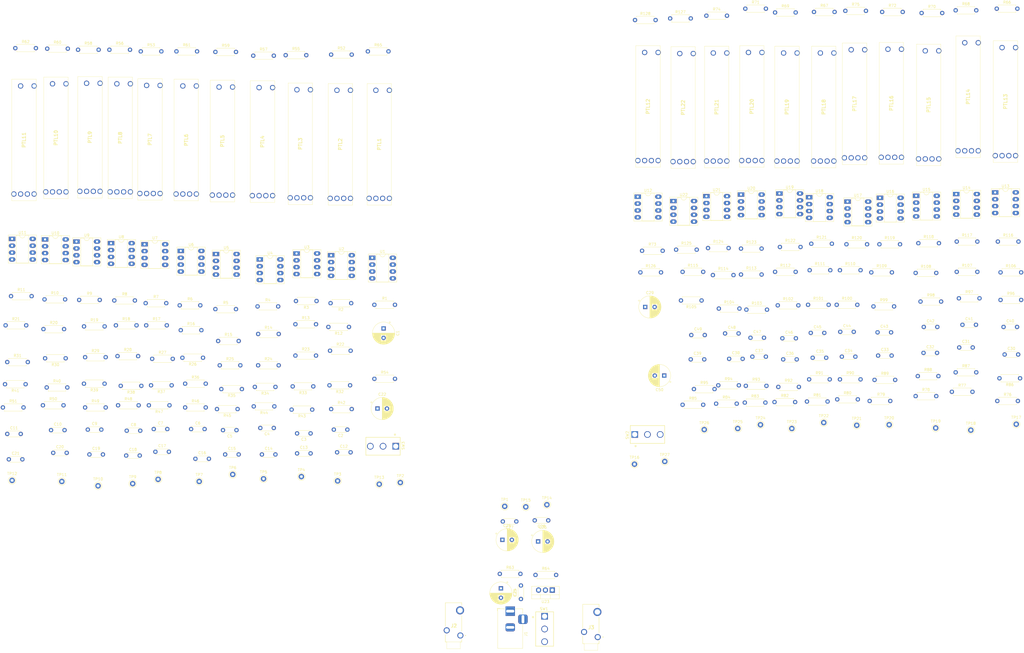
<source format=kicad_pcb>
(kicad_pcb (version 20211014) (generator pcbnew)
  (layers (0 "F.Cu" signal) (31 "B.Cu" signal) (34 "B.Paste" user) (35 "F.Paste" user) (36 "B.SilkS" user "B.Silkscreen") (37 "F.SilkS" user "F.Silkscreen") (38 "B.Mask" user) (39 "F.Mask" user) (44 "Edge.Cuts" user))
  (net 0 "")
  (net 1 "Vin_L")
  (net 2 "Net-(C1-Pad2)")
  (net 3 "Net-(C12-Pad1)")
  (net 4 "Net-(C2-Pad2)")
  (net 5 "Net-(C13-Pad1)")
  (net 6 "Net-(C3-Pad2)")
  (net 7 "Net-(C14-Pad1)")
  (net 8 "Net-(C4-Pad2)")
  (net 9 "Net-(C15-Pad1)")
  (net 10 "Net-(C5-Pad2)")
  (net 11 "Net-(C16-Pad1)")
  (net 12 "Net-(C6-Pad2)")
  (net 13 "Net-(C17-Pad1)")
  (net 14 "Net-(C7-Pad2)")
  (net 15 "Net-(C18-Pad1)")
  (net 16 "Net-(C8-Pad2)")
  (net 17 "Net-(C19-Pad1)")
  (net 18 "Net-(C9-Pad2)")
  (net 19 "Net-(C10-Pad1)")
  (net 20 "Net-(C10-Pad2)")
  (net 21 "Net-(C11-Pad1)")
  (net 22 "Net-(C11-Pad2)")
  (net 23 "Net-(C12-Pad2)")
  (net 24 "Net-(C13-Pad2)")
  (net 25 "Net-(C14-Pad2)")
  (net 26 "Net-(C15-Pad2)")
  (net 27 "Net-(C16-Pad2)")
  (net 28 "Net-(C17-Pad2)")
  (net 29 "Net-(C18-Pad2)")
  (net 30 "Net-(C19-Pad2)")
  (net 31 "Net-(C20-Pad2)")
  (net 32 "Net-(C21-Pad2)")
  (net 33 "Net-(C22-Pad1)")
  (net 34 "Vout_L")
  (net 35 "+5V")
  (net 36 "GNDREF")
  (net 37 "VGND")
  (net 38 "Net-(C29-Pad1)")
  (net 39 "Vout_R")
  (net 40 "Net-(C30-Pad1)")
  (net 41 "Net-(C30-Pad2)")
  (net 42 "Net-(C31-Pad1)")
  (net 43 "Net-(C31-Pad2)")
  (net 44 "Net-(C32-Pad1)")
  (net 45 "Net-(C32-Pad2)")
  (net 46 "Net-(C33-Pad1)")
  (net 47 "Net-(C33-Pad2)")
  (net 48 "Net-(C34-Pad1)")
  (net 49 "Net-(C34-Pad2)")
  (net 50 "Net-(C35-Pad1)")
  (net 51 "Net-(C35-Pad2)")
  (net 52 "Net-(C36-Pad1)")
  (net 53 "Net-(C36-Pad2)")
  (net 54 "Net-(C37-Pad1)")
  (net 55 "Net-(C37-Pad2)")
  (net 56 "Net-(C38-Pad1)")
  (net 57 "Net-(C38-Pad2)")
  (net 58 "Net-(C39-Pad1)")
  (net 59 "Net-(C39-Pad2)")
  (net 60 "Net-(C40-Pad2)")
  (net 61 "Net-(C41-Pad2)")
  (net 62 "Net-(C42-Pad2)")
  (net 63 "Net-(C43-Pad2)")
  (net 64 "Net-(C44-Pad2)")
  (net 65 "Net-(C45-Pad2)")
  (net 66 "Net-(C46-Pad2)")
  (net 67 "Net-(C47-Pad2)")
  (net 68 "Net-(C48-Pad2)")
  (net 69 "Net-(C49-Pad2)")
  (net 70 "Vin_R")
  (net 71 "Net-(C50-Pad2)")
  (net 72 "Net-(J1-Pad1)")
  (net 73 "Net-(J3-PadR)")
  (net 74 "Net-(J3-PadT)")
  (net 75 "Net-(PTL1-Pad1)")
  (net 76 "Net-(PTL1-Pad2)")
  (net 77 "Net-(PTL1-Pad4)")
  (net 78 "Net-(PTL2-Pad1)")
  (net 79 "Net-(PTL2-Pad2)")
  (net 80 "Net-(PTL2-Pad4)")
  (net 81 "Net-(PTL3-Pad1)")
  (net 82 "Net-(PTL3-Pad2)")
  (net 83 "Net-(PTL3-Pad4)")
  (net 84 "Net-(PTL4-Pad1)")
  (net 85 "Net-(PTL4-Pad2)")
  (net 86 "Net-(PTL4-Pad4)")
  (net 87 "Net-(PTL5-Pad1)")
  (net 88 "Net-(PTL5-Pad2)")
  (net 89 "Net-(PTL5-Pad4)")
  (net 90 "Net-(PTL6-Pad1)")
  (net 91 "Net-(PTL6-Pad2)")
  (net 92 "Net-(PTL6-Pad4)")
  (net 93 "Net-(PTL7-Pad1)")
  (net 94 "Net-(PTL7-Pad2)")
  (net 95 "Net-(PTL7-Pad4)")
  (net 96 "Net-(PTL8-Pad1)")
  (net 97 "Net-(PTL8-Pad2)")
  (net 98 "Net-(PTL8-Pad4)")
  (net 99 "Net-(PTL9-Pad1)")
  (net 100 "Net-(PTL9-Pad2)")
  (net 101 "Net-(PTL9-Pad4)")
  (net 102 "Net-(PTL10-Pad1)")
  (net 103 "Net-(PTL10-Pad2)")
  (net 104 "Net-(PTL10-Pad4)")
  (net 105 "Net-(PTL11-Pad1)")
  (net 106 "Net-(PTL11-Pad2)")
  (net 107 "Net-(PTL11-Pad4)")
  (net 108 "Net-(PTL12-Pad1)")
  (net 109 "Net-(PTL12-Pad2)")
  (net 110 "Net-(PTL12-Pad4)")
  (net 111 "Net-(PTL13-Pad1)")
  (net 112 "Net-(PTL13-Pad2)")
  (net 113 "Net-(PTL13-Pad4)")
  (net 114 "Net-(PTL14-Pad1)")
  (net 115 "Net-(PTL14-Pad2)")
  (net 116 "Net-(PTL14-Pad4)")
  (net 117 "Net-(PTL15-Pad1)")
  (net 118 "Net-(PTL15-Pad2)")
  (net 119 "Net-(PTL15-Pad4)")
  (net 120 "Net-(PTL16-Pad1)")
  (net 121 "Net-(PTL16-Pad2)")
  (net 122 "Net-(PTL16-Pad4)")
  (net 123 "Net-(PTL17-Pad1)")
  (net 124 "Net-(PTL17-Pad2)")
  (net 125 "Net-(PTL17-Pad4)")
  (net 126 "Net-(PTL18-Pad1)")
  (net 127 "Net-(PTL18-Pad2)")
  (net 128 "Net-(PTL18-Pad4)")
  (net 129 "Net-(PTL19-Pad1)")
  (net 130 "Net-(PTL19-Pad2)")
  (net 131 "Net-(PTL19-Pad4)")
  (net 132 "Net-(PTL20-Pad1)")
  (net 133 "Net-(PTL20-Pad2)")
  (net 134 "Net-(PTL20-Pad4)")
  (net 135 "Net-(PTL21-Pad1)")
  (net 136 "Net-(PTL21-Pad2)")
  (net 137 "Net-(PTL21-Pad4)")
  (net 138 "Net-(PTL22-Pad1)")
  (net 139 "Net-(PTL22-Pad2)")
  (net 140 "Net-(PTL22-Pad4)")
  (net 141 "Net-(R42-Pad1)")
  (net 142 "Net-(R73-Pad2)")
  (net 143 "Net-(SW1-Pad1)")
  (footprint "Resistor_THT:R_Axial_DIN0207_L6.3mm_D2.5mm_P7.62mm_Horizontal" (layer "F.Cu") (at 293 178.2)
    (fp_text reference "R83")
    (fp_text value "10K")
  )
  (footprint "Bourns_PTL:PTL30" (layer "F.Cu") (at 322.2 68.8 90)
    (fp_text reference "PTL18")
    (fp_text value "10K" hide)
  )
  (footprint "Resistor_THT:R_Axial_DIN0207_L6.3mm_D2.5mm_P7.62mm_Horizontal" (layer "F.Cu") (at 281.2 131)
    (fp_text reference "R114")
    (fp_text value "1.6K")
  )
  (footprint "Package_DIP:DIP-8_W7.62mm_Socket_LongPads" (layer "F.Cu") (at 34.2 117.8)
    (fp_text reference "U10")
    (fp_text value "LM833")
  )
  (footprint "TestPoint:TestPoint_Keystone_5000-5004_Miniature" (layer "F.Cu") (at 53.8 209)
    (fp_text reference "TP10")
    (fp_text value "125Hz")
  )
  (footprint "Resistor_THT:R_Axial_DIN0207_L6.3mm_D2.5mm_P7.62mm_Horizontal" (layer "F.Cu") (at 330.6 119.6)
    (fp_text reference "R120")
    (fp_text value "1.5K")
  )
  (footprint "TestPoint:TestPoint_Keystone_5000-5004_Miniature" (layer "F.Cu") (at 310.4 187.8)
    (fp_text reference "TP23")
    (fp_text value "250Hz")
  )
  (footprint "TestPoint:TestPoint_Keystone_5000-5004_Miniature" (layer "F.Cu") (at 334.4 186.6)
    (fp_text reference "TP21")
    (fp_text value "1kHz")
  )
  (footprint "Resistor_THT:R_Axial_DIN0207_L6.3mm_D2.5mm_P7.62mm_Horizontal" (layer "F.Cu") (at 386.39 177.6)
    (fp_text reference "R76")
    (fp_text value "10K")
  )
  (footprint "Resistor_THT:R_Axial_DIN0207_L6.3mm_D2.5mm_P7.62mm_Horizontal" (layer "F.Cu") (at 146.6 150.2 180)
    (fp_text reference "R12")
    (fp_text value "180R")
  )
  (footprint "Resistor_THT:R_Axial_DIN0207_L6.3mm_D2.5mm_P7.62mm_Horizontal" (layer "F.Cu") (at 140 180.6)
    (fp_text reference "R42")
    (fp_text value "10K")
  )
  (footprint "Capacitor_THT:C_Disc_D4.3mm_W1.9mm_P5.00mm" (layer "F.Cu") (at 388.7 150.2)
    (fp_text reference "C40")
    (fp_text value "0.022uF")
  )
  (footprint "Package_DIP:DIP-8_W7.62mm_Socket_LongPads" (layer "F.Cu") (at 84.4 122.06)
    (fp_text reference "U6")
    (fp_text value "LM833")
  )
  (footprint "Resistor_THT:R_Axial_DIN0207_L6.3mm_D2.5mm_P7.62mm_Horizontal" (layer "F.Cu") (at 340.59 142.6)
    (fp_text reference "R99")
    (fp_text value "1.5K")
  )
  (footprint "TestPoint:TestPoint_Keystone_5000-5004_Miniature" (layer "F.Cu") (at 278 188.2)
    (fp_text reference "TP26")
    (fp_text value "31.5Hz")
  )
  (footprint "Resistor_THT:R_Axial_DIN0207_L6.3mm_D2.5mm_P7.62mm_Horizontal" (layer "F.Cu") (at 293.39 172)
    (fp_text reference "R93")
    (fp_text value "10K")
  )
  (footprint "Resistor_THT:R_Axial_DIN0207_L6.3mm_D2.5mm_P7.62mm_Horizontal" (layer "F.Cu") (at 119 179.6 180)
    (fp_text reference "R44")
    (fp_text value "10K")
  )
  (footprint "Capacitor_THT:C_Disc_D4.3mm_W1.9mm_P5.00mm" (layer "F.Cu") (at 118.8 187.6 180)
    (fp_text reference "C4")
    (fp_text value "0.068uF")
  )
  (footprint "Audio_Jack_STX35013N:STX35013N" (layer "F.Cu") (at 238.6 265 180)
    (fp_text reference "J3")
    (fp_text value "Output" hide)
  )
  (footprint "Capacitor_THT:C_Disc_D4.3mm_W1.9mm_P5.00mm" (layer "F.Cu") (at 359.2 150.2)
    (fp_text reference "C42")
    (fp_text value "0.068uF")
  )
  (footprint "Resistor_THT:R_Axial_DIN0207_L6.3mm_D2.5mm_P7.62mm_Horizontal" (layer "F.Cu") (at 318.59 33.6)
    (fp_text reference "R67")
    (fp_text value "1K")
  )
  (footprint "Connector_BarrelJack:BarrelJack_Horizontal" (layer "F.Cu") (at 206.2425 255.4 90)
    (fp_text reference "J1")
    (fp_text value "SUPPLY")
  )
  (footprint "Resistor_THT:R_Axial_DIN0207_L6.3mm_D2.5mm_P7.62mm_Horizontal" (layer "F.Cu") (at 293.19 32.4)
    (fp_text reference "R71")
    (fp_text value "1K")
  )
  (footprint "Resistor_THT:R_Axial_DIN0207_L6.3mm_D2.5mm_P7.62mm_Horizontal" (layer "F.Cu") (at 98.2 155.4)
    (fp_text reference "R15")
    (fp_text value "160R")
  )
  (footprint "Capacitor_THT:C_Disc_D4.3mm_W1.9mm_P5.00mm" (layer "F.Cu") (at 50.6 197.4)
    (fp_text reference "C19")
    (fp_text value "0.22uF")
  )
  (footprint "Package_DIP:DIP-8_W7.62mm_Socket_LongPads" (layer "F.Cu") (at 140 123.66)
    (fp_text reference "U2")
    (fp_text value "LM833")
  )
  (footprint "TestPoint:TestPoint_Keystone_5000-5004_Miniature" (layer "F.Cu") (at 142.4 207.2)
    (fp_text reference "TP3")
    (fp_text value "16kHz")
  )
  (footprint "Package_DIP:DIP-8_W7.62mm_Socket_LongPads" (layer "F.Cu") (at 343 102.4)
    (fp_text reference "U16")
    (fp_text value "LM833")
  )
  (footprint "Capacitor_THT:C_Disc_D4.3mm_W1.9mm_P5.00mm" (layer "F.Cu") (at 295.1 154.2)
    (fp_text reference "C47")
    (fp_text value "0.22uF")
  )
  (footprint "Resistor_THT:R_Axial_DIN0207_L6.3mm_D2.5mm_P7.62mm_Horizontal" (layer "F.Cu") (at 340.99 169.8)
    (fp_text reference "R89")
    (fp_text value "10K")
  )
  (footprint "Resistor_THT:R_Axial_DIN0207_L6.3mm_D2.5mm_P7.62mm_Horizontal" (layer "F.Cu") (at 21.6 138.8)
    (fp_text reference "R11")
    (fp_text value "16K")
  )
  (footprint "Resistor_THT:R_Axial_DIN0207_L6.3mm_D2.5mm_P7.62mm_Horizontal" (layer "F.Cu") (at 369.59 174.2)
    (fp_text reference "R77")
    (fp_text value "10K")
  )
  (footprint "Capacitor_THT:CP_Radial_D8.0mm_P3.50mm" (layer "F.Cu") (at 263.2 168.2 180)
    (fp_text reference "C50")
    (fp_text value "470uF")
  )
  (footprint "Resistor_THT:R_Axial_DIN0207_L6.3mm_D2.5mm_P7.62mm_Horizontal" (layer "F.Cu") (at 215.59 242)
    (fp_text reference "R64")
    (fp_text value "10K")
  )
  (footprint "Resistor_THT:R_Axial_DIN0207_L6.3mm_D2.5mm_P7.62mm_Horizontal" (layer "F.Cu") (at 139.99 49.4)
    (fp_text reference "R52")
    (fp_text value "1K")
  )
  (footprint "Capacitor_THT:C_Disc_D4.3mm_W1.9mm_P5.00mm" (layer "F.Cu") (at 342.1 152.2)
    (fp_text reference "C43")
    (fp_text value "0.18uF")
  )
  (footprint "Package_TO_SOT_THT:TO-220-3_Vertical" (layer "F.Cu") (at 221.8 247.6 180)
    (fp_text reference "U23")
    (fp_text value "L7805")
  )
  (footprint "Capacitor_THT:C_Disc_D4.3mm_W1.9mm_P5.00mm" (layer "F.Cu") (at 64.2 197.8)
    (fp_text reference "C18")
    (fp_text value "0.1uF")
  )
  (footprint "Resistor_THT:R_Axial_DIN0207_L6.3mm_D2.5mm_P7.62mm_Horizontal" (layer "F.Cu") (at 97.19 48.4)
    (fp_text reference "R59")
    (fp_text value "1K")
  )
  (footprint "Resistor_THT:R_Axial_DIN0207_L6.3mm_D2.5mm_P7.62mm_Horizontal" (layer "F.Cu") (at 19.6 149.6)
    (fp_text reference "R21")
    (fp_text value "6.2K")
  )
  (footprint "Capacitor_THT:C_Disc_D4.3mm_W1.9mm_P5.00mm" (layer "F.Cu") (at 127.4 197)
    (fp_text reference "C13")
    (fp_text value "0.033uF")
  )
  (footprint "Resistor_THT:R_Axial_DIN0207_L6.3mm_D2.5mm_P7.62mm_Horizontal" (layer "F.Cu") (at 41.82 161.8 180)
    (fp_text reference "R30")
    (fp_text value "15K")
  )
  (footprint "Resistor_THT:R_Axial_DIN0207_L6.3mm_D2.5mm_P7.62mm_Horizontal" (layer "F.Cu") (at 330.19 33.2)
    (fp_text reference "R75")
    (fp_text value "1K")
  )
  (footprint "Package_DIP:DIP-8_W7.62mm_Socket_LongPads" (layer "F.Cu") (at 155.2 124.6)
    (fp_text reference "U1")
    (fp_text value "LM833")
  )
  (footprint "TestPoint:TestPoint_Keystone_5000-5004_Miniature" (layer "F.Cu") (at 263.4 200)
    (fp_text reference "TP27")
    (fp_text value "Vin_R")
  )
  (footprint "Capacitor_THT:C_Disc_D4.3mm_W1.9mm_P5.00mm" (layer "F.Cu") (at 20.2 189.8)
    (fp_text reference "C11")
    (fp_text value "0.33uF")
  )
  (footprint "Capacitor_THT:C_Disc_D4.3mm_W1.9mm_P5.00mm" (layer "F.Cu") (at 37.2 196.8)
    (fp_text reference "C20")
    (fp_text value "0.56uF")
  )
  (footprint "Resistor_THT:R_Axial_DIN0207_L6.3mm_D2.5mm_P7.62mm_Horizontal" (layer "F.Cu") (at 269.99 179)
    (fp_text reference "R85")
    (fp_text value "10K")
  )
  (footprint "Resistor_THT:R_Axial_DIN0207_L6.3mm_D2.5mm_P7.62mm_Horizontal" (layer "F.Cu") (at 255 122)
    (fp_text reference "R73")
    (fp_text value "10K")
  )
  (footprint "Resistor_THT:R_Axial_DIN0207_L6.3mm_D2.5mm_P7.62mm_Horizontal" (layer "F.Cu") (at 293.59 143.8)
    (fp_text reference "R103")
    (fp_text value "20K")
  )
  (footprint "Resistor_THT:R_Axial_DIN0207_L6.3mm_D2.5mm_P7.62mm_Horizontal" (layer "F.Cu") (at 328.19 129.2)
    (fp_text reference "R110")
    (fp_text value "300R")
  )
  (footprint "Capacitor_THT:C_Disc_D4.3mm_W1.9mm_P5.00mm" (layer "F.Cu") (at 142.2 196.6)
    (fp_text reference "C12")
    (fp_text value "0.022uF")
  )
  (footprint "Resistor_THT:R_Axial_DIN0207_L6.3mm_D2.5mm_P7.62mm_Horizontal" (layer "F.Cu") (at 283.19 171.8)
    (fp_text reference "R94")
    (fp_text value "10K")
  )
  (footprint "Bourns_PTL:PTL30" (layer "F.Cu") (at 128.6 82.4 90)
    (fp_text reference "PTL3")
    (fp_text value "10K" hide)
  )
  (footprint "Resistor_THT:R_Axial_DIN0207_L6.3mm_D2.5mm_P7.62mm_Horizontal" (layer "F.Cu") (at 327.19 177)
    (fp_text reference "R80")
    (fp_text value "10K")
  )
  (footprint "Resistor_THT:R_Axial_DIN0207_L6.3mm_D2.5mm_P7.62mm_Horizontal" (layer "F.Cu") (at 279.39 121)
    (fp_text reference "R124")
    (fp_text value "7.5K")
  )
  (footprint "Capacitor_THT:C_Disc_D4.3mm_W1.9mm_P5.00mm" (layer "F.Cu") (at 36.4 188.4)
    (fp_text reference "C10")
    (fp_text value "0.56uF")
  )
  (footprint "Bourns_PTL:PTL30" (layer "F.Cu") (at 114.6 81.6 90)
    (fp_text reference "PTL4")
    (fp_text value "10K" hide)
  )
  (footprint "Capacitor_THT:C_Disc_D4.3mm_W1.9mm_P5.00mm" (layer "F.Cu") (at 287.2 162)
    (fp_text reference "C38")
    (fp_text value "0.56uF")
  )
  (footprint "Capacitor_THT:C_Disc_D4.3mm_W1.9mm_P5.00mm" (layer "F.Cu") (at 318.1 161.6)
    (fp_text reference "C35")
    (fp_text value "0.1uF")
  )
  (footprint "Resistor_THT:R_Axial_DIN0207_L6.3mm_D2.5mm_P7.62mm_Horizontal" (layer "F.Cu") (at 23.19 47)
    (fp_text reference "R62")
    (fp_text value "1K")
  )
  (footprint "Resistor_THT:R_Axial_DIN0207_L6.3mm_D2.5mm_P7.62mm_Horizontal" (layer "F.Cu") (at 60.4 149.6)
    (fp_text reference "R18")
    (fp_text value "2.2K")
  )
  (footprint "Resistor_THT:R_Axial_DIN0207_L6.3mm_D2.5mm_P7.62mm_Horizontal" (layer "F.Cu") (at 105.4 180.6 180)
    (fp_text reference "R45")
    (fp_text value "10K")
  )
  (footprint "Resistor_THT:R_Axial_DIN0207_L6.3mm_D2.5mm_P7.62mm_Horizontal" (layer "F.Cu") (at 291.59 130.8)
    (fp_text reference "R113")
    (fp_text value "2K")
  )
  (footprint "Resistor_THT:R_Axial_DIN0207_L6.3mm_D2.5mm_P7.62mm_Horizontal" (layer "F.Cu") (at 113 152.8)
    (fp_text reference "R14")
    (fp_text value "200R")
  )
  (footprint "Package_DIP:DIP-8_W7.62mm_Socket_LongPads" (layer "F.Cu") (at 127.2 123)
    (fp_text reference "U3")
    (fp_text value "LM833")
  )
  (footprint "TestPoint:TestPoint_Keystone_5000-5004_Miniature" (layer "F.Cu") (at 115 206.4)
    (fp_text reference "TP5")
    (fp_text value "4kHz")
  )
  (footprint "Resistor_THT:R_Axial_DIN0207_L6.3mm_D2.5mm_P7.62mm_Horizontal" (layer "F.Cu") (at 126.79 149.2)
    (fp_text reference "R13")
    (fp_text value "220R")
  )
  (footprint "Resistor_THT:R_Axial_DIN0207_L6.3mm_D2.5mm_P7.62mm_Horizontal" (layer "F.Cu") (at 92.61 161.6 180)
    (fp_text reference "R26")
    (fp_text value "3K")
  )
  (footprint "Capacitor_THT:C_Disc_D4.3mm_W1.9mm_P5.00mm" (layer "F.Cu") (at 220.3 221.8 180)
    (fp_text reference "C28")
    (fp_text value "0.1uF")
  )
  (footprint "Capacitor_THT:C_Disc_D4.3mm_W1.9mm_P5.00mm" (layer "F.Cu") (at 64.4 188.6)
    (fp_text reference "C8")
    (fp_text value "0.1uF")
  )
  (footprint "Bourns_PTL:PTL30" (layer "F.Cu") (at 375.6 65 90)
    (fp_text reference "PTL14")
    (fp_text value "10K" hide)
  )
  (footprint "Package_DIP:DIP-8_W7.62mm_Socket_LongPads" (layer "F.Cu") (at 331 103.8)
    (fp_text reference "U17")
    (fp_text value "LM833")
  )
  (footprint "Capacitor_THT:C_Disc_D4.3mm_W1.9mm_P5.00mm" (layer "F.Cu") (at 132.4 189.6 180)
    (fp_text reference "C3")
    (fp_text value "0.033uF")
  )
  (footprint "TestPoint:TestPoint_Keystone_5000-5004_Miniature" (layer "F.Cu") (at 290.4 187.8)
    (fp_text reference "TP25")
    (fp_text value "63Hz")
  )
  (footprint "Capacitor_THT:C_Disc_D4.3mm_W1.9mm_P5.00mm" (layer "F.Cu") (at 20.8 199.2)
    (fp_text reference "C21")
    (fp_text value "0.33uF")
  )
  (footprint "Resistor_THT:R_Axial_DIN0207_L6.3mm_D2.5mm_P7.62mm_Horizontal" (layer "F.Cu") (at 304.19 33.8)
    (fp_text reference "R69")
    (fp_text value "1K")
  )
  (footprint "Resistor_THT:R_Axial_DIN0207_L6.3mm_D2.5mm_P7.62mm_Horizontal" (layer "F.Cu") (at 305.39 172.4)
    (fp_text reference "R92")
    (fp_text value "10K")
  )
  (footprint "Resistor_THT:R_Axial_DIN0207_L6.3mm_D2.5mm_P7.62mm_Horizontal" (layer "F.Cu") (at 315.99 177.8)
    (fp_text reference "R81")
    (fp_text value "10K")
  )
  (footprint "Bourns_PTL:PTL30" (layer "F.Cu") (at 347.2 67.4 90)
    (fp_text reference "PTL16")
    (fp_text value "10K" hide)
  )
  (footprint "Resistor_THT:R_Axial_DIN0207_L6.3mm_D2.5mm_P7.62mm_Horizontal" (layer "F.Cu") (at 69.59 48.2)
    (fp_text reference "R53")
    (fp_text value "1K")
  )
  (footprint "Resistor_THT:R_Axial_DIN0207_L6.3mm_D2.5mm_P7.62mm_Horizontal" (layer "F.Cu") (at 356.19 130.2)
    (fp_text reference "R108")
    (fp_text value "200R")
  )
  (footprint "Capacitor_THT:CP_Radial_D8.0mm_P3.50mm" (layer "F.Cu") (at 159.4 150.747349 -90)
    (fp_text reference "C1")
    (fp_text value "470uF")
  )
  (footprint "Resistor_THT:R_Axial_DIN0207_L6.3mm_D2.5mm_P7.62mm_Horizontal" (layer "F.Cu") (at 328.19 169.6)
    (fp_text reference "R90")
    (fp_text value "10K")
  )
  (footprint "Resistor_THT:R_Axial_DIN0207_L6.3mm_D2.5mm_P7.62mm_Horizontal" (layer "F.Cu") (at 252.39 36.6)
    (fp_text reference "R128")
    (fp_text value "5.6K")
  )
  (footprint "Capacitor_THT:C_Disc_D4.3mm_W1.9mm_P5.00mm" (layer "F.Cu") (at 317.4 152.4)
    (fp_text reference "C45")
    (fp_text value "0.1uF")
  )
  (footprint "Resistor_THT:R_Axial_DIN0207_L6.3mm_D2.5mm_P7.62mm_Horizontal" (layer "F.Cu") (at 356.99 168.4)
    (fp_text reference "R88")
    (fp_text value "10K")
  )
  (footprint "Resistor_THT:R_Axial_DIN0207_L6.3mm_D2.5mm_P7.62mm_Horizontal" (layer "F.Cu") (at 305.99 120.6)
    (fp_text reference "R122")
    (fp_text value "11K")
  )
  (footprint "Capacitor_THT:C_Disc_D4.3mm_W1.9mm_P5.00mm" (layer "F.Cu") (at 74.4 188)
    (fp_text reference "C7")
    (fp_text value "0.1uF")
  )
  (footprint "Bourns_PTL:PTL30" (layer "F.Cu") (at 308.6 68.8 90)
    (fp_text reference "PTL19")
    (fp_text value "10K" hide)
  )
  (footprint "Resistor_THT:R_Axial_DIN0207_L6.3mm_D2.5mm_P7.62mm_Horizontal" (layer "F.Cu") (at 254.39 130)
    (fp_text reference "R126")
    (fp_text value "1K")
  )
  (footprint "Capacitor_THT:CP_Radial_D8.0mm_P3.50mm" (layer "F.Cu") (at 202.8 246.947349 -90)
    (fp_text reference "C23")
    (fp_text value "470uF")
  )
  (footprint "Resistor_THT:R_Axial_DIN0207_L6.3mm_D2.5mm_P7.62mm_Horizontal" (layer "F.Cu") (at 342.79 119.6)
    (fp_text reference "R119")
    (fp_text value "750R")
  )
  (footprint "Resistor_THT:R_Axial_DIN0207_L6.3mm_D2.5mm_P7.62mm_Horizontal" (layer "F.Cu") (at 60.99 161)
    (fp_text reference "R28")
    (fp_text value "22K")
  )
  (footprint "Resistor_THT:R_Axial_DIN0207_L6.3mm_D2.5mm_P7.62mm_Horizontal" (layer "F.Cu") (at 139.59 159)
    (fp_text reference "R22")
    (fp_text value "1.5K")
  )
  (footprint "Capacitor_THT:C_Disc_D4.3mm_W1.9mm_P5.00mm" (layer "F.Cu") (at 359.1 159.8)
    (fp_text reference "C32")
    (fp_text value "0.068uF")
  )
  (footprint "Resistor_THT:R_Axial_DIN0207_L6.3mm_D2.5mm_P7.62mm_Horizontal" (layer "F.Cu") (at 80.21 179.2 180)
    (fp_text reference "R47")
    (fp_text value "10K")
  )
  (footprint "Resistor_THT:R_Axial_DIN0207_L6.3mm_D2.5mm_P7.62mm_Horizontal" (layer "F.Cu") (at 394.81 169.2 180)
    (fp_text reference "R86")
    (fp_text value "10K")
  )
  (footprint "Resistor_THT:R_Axial_DIN0207_L6.3mm_D2.5mm_P7.62mm_Horizontal" (layer "F.Cu") (at 107 173.2 180)
    (fp_text reference "R35")
    (fp_text value "10K")
  )
  (footprint "TestPoint:TestPoint_Keystone_5000-5004_Miniature" (layer "F.Cu") (at 346.4 186.4)
    (fp_text reference "TP20")
    (fp_text value "2kHz")
  )
  (footprint "Bourns_PTL:PTL30" (layer "F.Cu") (at 295.6 68.6 90)
    (fp_text reference "PTL20")
    (fp_text value "10K" hide)
  )
  (footprint "Resistor_THT:R_Axial_DIN0207_L6.3mm_D2.5mm_P7.62mm_Horizontal" (layer "F.Cu") (at 59.8 140.4)
    (fp_text reference "R8")
    (fp_text value "11K")
  )
  (footprint "Capacitor_THT:C_Disc_D4.3mm_W1.9mm_P5.00mm" (layer "F.Cu") (at 273.2 153.2)
    (fp_text reference "C49")
    (fp_text value "0.33uF")
  )
  (footprint "Resistor_THT:R_Axial_DIN0207_L6.3mm_D2.5mm_P7.62mm_Horizontal" (layer "F.Cu") (at 147.01 171.8 180)
    (fp_text reference "R32")
    (fp_text value "10K")
  )
  (footprint "Package_DIP:DIP-8_W7.62mm_Socket_LongPads" (layer "F.Cu") (at 71 119.6)
    (fp_text reference "U7")
    (fp_text value "LM833")
  )
  (footprint "Resistor_THT:R_Axial_DIN0207_L6.3mm_D2.5mm_P7.62mm_Horizontal" (layer "F.Cu") (at 34.99 47.2)
    (fp_text reference "R60")
    (fp_text value "1K")
  )
  (footprint "Resistor_THT:R_Axial_DIN0207_L6.3mm_D2.5mm_P7.62mm_Horizontal" (layer "F.Cu") (at 265.39 36)
    (fp_text reference "R127")
    (fp_text value "1K")
  )
  (footprint "TestPoint:TestPoint_Keystone_5000-5004_Miniature" (layer "F.Cu") (at 219.8 216)
    (fp_text reference "TP14")
    (fp_text value "GND")
  )
  (footprint "Bourns_PTL:PTL30" (layer "F.Cu") (at 99.8 81.4 90)
    (fp_text reference "PTL5")
    (fp_text value "10K" hide)
  )
  (footprint "Resistor_THT:R_Axial_DIN0207_L6.3mm_D2.5mm_P7.62mm_Horizontal" (layer "F.Cu") (at 82.79 48.2)
    (fp_text reference "R61")
    (fp_text value "1K")
  )
  (footprint "Bourns_PTL:PTL30" (layer "F.Cu") (at 86.4 81 90)
    (fp_text reference "PTL6")
    (fp_text value "10K" hide)
  )
  (footprint "Capacitor_THT:C_Disc_D4.3mm_W1.9mm_P5.00mm" (layer "F.Cu") (at 88.2 188)
    (fp_text reference "C6")
    (fp_text value "0.18uF")
  )
  (footprint "Bourns_PTL:PTL30" (layer "F.Cu") (at 50.8 80 90)
    (fp_text reference "PTL9")
    (fp_text value "10K" hide)
  )
  (footprint "Resistor_THT:R_Axial_DIN0207_L6.3mm_D2.5mm_P7.62mm_Horizontal" (layer "F.Cu") (at 277.01 140.4 180)
    (fp_text reference "R105")
    (fp_text value "51K")
  )
  (footprint "Resistor_THT:R_Axial_DIN0207_L6.3mm_D2.5mm_P7.62mm_Horizontal" (layer "F.Cu") (at 356.19 175.8)
    (fp_text reference "R78")
    (fp_text value "10K")
  )
  (footprint "Capacitor_THT:C_Disc_D4.3mm_W1.9mm_P5.00mm" (layer "F.Cu") (at 306.9 154.4)
    (fp_text reference "C46")
    (fp_text value "0.1uF")
  )
  (footprint "Resistor_THT:R_Axial_DIN0207_L6.3mm_D2.5mm_P7.62mm_Horizontal" (layer "F.Cu") (at 357.19 119.2)
    (fp_text reference "R118")
    (fp_text value "1K")
  )
  (footprint "Capacitor_THT:CP_Radial_D8.0mm_P3.50mm" (layer "F.Cu") (at 157.147349 180.4)
    (fp_text reference "C22")
    (fp_text value "470uF")
  )
  (footprint "Package_DIP:DIP-8_W7.62mm_Socket_LongPads" (layer "F.Cu") (at 22 117.6)
    (fp_text reference "U11")
    (fp_text value "LM833")
  )
  (footprint "Resistor_THT:R_Axial_DIN0207_L6.3mm_D2.5mm_P7.62mm_Horizontal" (layer "F.Cu") (at 61.19 179.2)
    (fp_text reference "R48")
    (fp_text value "10K")
  )
  (footprint "Resistor_THT:R_Axial_DIN0207_L6.3mm_D2.5mm_P7.62mm_Horizontal" (layer "F.Cu") (at 153.59 48.2)
    (fp_text reference "R65")
    (fp_text value "5.6K")
  )
  (footprint "Resistor_THT:R_Axial_DIN0207_L6.3mm_D2.5mm_P7.62mm_Horizontal" (layer "F.Cu") (at 134.61 140.6 180)
    (fp_text reference "R3")
    (fp_text value "1K")
  )
  (footprint "Resistor_THT:R_Axial_DIN0207_L6.3mm_D2.5mm_P7.62mm_Horizontal" (layer "F.Cu") (at 316.79 169.6)
    (fp_text reference "R91")
    (fp_text value "10K")
  )
  (footprint "Capacitor_THT:C_Disc_D4.3mm_W1.9mm_P5.00mm" (layer "F.Cu") (at 146 188.2 180)
    (fp_text reference "C2")
    (fp_text value "0.022uF")
  )
  (footprint "Resistor_THT:R_Axial_DIN0207_L6.3mm_D2.5mm_P7.62mm_Horizontal" (layer "F.Cu") (at 304.19 129.8)
    (fp_text reference "R112")
    (fp_text value "2.2K")
  )
  (footprint "Package_DIP:DIP-8_W7.62mm_Socket_LongPads" (layer "F.Cu") (at 113.6 125.2)
    (fp_text reference "U4")
    (fp_text value "LM833")
  )
  (footprint "Resistor_THT:R_Axial_DIN0207_L6.3mm_D2.5mm_P7.62mm_Horizontal" (layer "F.Cu") (at 57.99 47.6)
    (fp_text reference "R56")
    (fp_text value "1K")
  )
  (footprint "Package_DIP:DIP-8_W7.62mm_Socket_LongPads" (layer "F.Cu") (at 291.6 101.2)
    (fp_text reference "U20")
    (fp_text value "LM833")
  )
  (footprint "Resistor_THT:R_Axial_DIN0207_L6.3mm_D2.5mm_P7.62mm_Horizontal" (layer "F.Cu") (at 387.59 140.2)
    (fp_text reference "R96")
    (fp_text value "1.5K")
  )
  (footprint "Resistor_THT:R_Axial_DIN0207_L6.3mm_D2.5mm_P7.62mm_Horizontal" (layer "F.Cu") (at 49 161.4)
    (fp_text reference "R29")
    (fp_text value "20K")
  )
  (footprint "Resistor_THT:R_Axial_DIN0207_L6.3mm_D2.5mm_P7.62mm_Horizontal" (layer "F.Cu") (at 274.19 173.2)
    (fp_text reference "R95")
    (fp_text value "10K")
  )
  (footprint "Resistor_THT:R_Axial_DIN0207_L6.3mm_D2.5mm_P7.62mm_Horizontal" (layer "F.Cu") (at 283.4 143.4)
    (fp_text reference "R104")
    (fp_text value "15K")
  )
  (footprint "Capacitor_THT:C_Disc_D4.3mm_W1.9mm_P5.00mm" (layer "F.Cu") (at 389.1 160.4)
    (fp_text reference "C30")
    (fp_text value "0.022uF")
  )
  (footprint "Resistor_THT:R_Axial_DIN0207_L6.3mm_D2.5mm_P7.62mm_Horizontal" (layer "F.Cu") (at 326.99 142)
    (fp_text reference "R100")
    (fp_text value "3K")
  )
  (footprint "Bourns_PTL:PTL30" (layer "F.Cu") (at 361 68 90)
    (fp_text reference "PTL15")
    (fp_text value "10K" hide)
  )
  (footprint "Capacitor_THT:C_Disc_D4.3mm_W1.9mm_P5.00mm" (layer "F.Cu") (at 295.8 161.2)
    (fp_text reference "C37")
    (fp_text value "0.22uF")
  )
  (footprint "TestPoint:TestPoint_Keystone_5000-5004_Miniature" (layer "F.Cu") (at 204.2 216.6)
    (fp_text reference "TP1")
    (fp_text value "+5V")
  )
  (footprint "Resistor_THT:R_Axial_DIN0207_L6.3mm_D2.5mm_P7.62mm_Horizontal" (layer "F.Cu") (at 317.59 119.4)
    (fp_text reference "R121")
    (fp_text value "5.6K")
  )
  (footprint "Package_DIP:DIP-8_W7.62mm_Socket_LongPads" (layer "F.Cu") (at 356.38 101.66)
    (fp_text reference "U15")
    (fp_text value "LM833")
  )
  (footprint "Capacitor_THT:C_Disc_D4.3mm_W1.9mm_P5.00mm" (layer "F.Cu") (at 105 188.4 180)
    (fp_text reference "C5")
    (fp_text value "0.18uF")
  )
  (footprint "Audio_Jack_STX35013N:STX35013N" (layer "F.Cu") (at 187.8 264.4 180)
    (fp_text reference "J2")
    (fp_text value "Input" hide)
  )
  (footprint "Resistor_THT:R_Axial_DIN0207_L6.3mm_D2.5mm_P7.62mm_Horizontal" (layer "F.Cu") (at 156 169.4)
    (fp_text reference "R54")
    (fp_text value "10K")
  )
  (footprint "Package_DIP:DIP-8_W7.62mm_Socket_LongPads" (layer "F.Cu") (at 266.6 103.6)
    (fp_text reference "U22")
    (fp_text value "LM833")
  )
  (footprint "Resistor_THT:R_Axial_DIN0207_L6.3mm_D2.5mm_P7.62mm_Horizontal" (layer "F.Cu") (at 371.39 129.8)
    (fp_text reference "R107")
    (fp_text value "220R")
  )
  (footprint "Capacitor_THT:C_Disc_D4.3mm_W1.9mm_P5.00mm" (layer "F.Cu") (at 273 162.2)
    (fp_text reference "C39")
    (fp_text value "0.33uF")
  )
  (footprint "Resistor_THT:R_Axial_DIN0207_L6.3mm_D2.5mm_P7.62mm_Horizontal" (layer "F.Cu") (at 86 171.2)
    (fp_text reference "R36")
    (fp_text value "10K")
  )
  (footprint "TestPoint:TestPoint_Keystone_5000-5004_Miniature" (layer "F.Cu") (at 129 205.6)
    (fp_text reference "TP4")
    (fp_text value "8kHz")
  )
  (footprint "Resistor_THT:R_Axial_DIN0207_L6.3mm_D2.5mm_P7.62mm_Horizontal" (layer "F.Cu") (at 372.19 139.6)
    (fp_text reference "R97")
    (fp_text value "2K")
  )
  (footprint "Capacitor_THT:C_Disc_D4.3mm_W1.9mm_P5.00mm" (layer "F.Cu") (at 210.2 250.9 90)
    (fp_text reference "C24")
    (fp_text value "0.1uF")
  )
  (footprint "Bourns_PTL:PTL30" (layer "F.Cu") (at 389.4 66.8 90)
    (fp_text reference "PTL13")
    (fp_text value "10K" hide)
  )
  (footprint "Bourns_PTL:PTL30" (layer "F.Cu") (at 282.6 68.8 90)
    (fp_text reference "PTL21")
    (fp_text value "10K" hide)
  )
  (footprint "Capacitor_THT:C_Disc_D4.3mm_W1.9mm_P5.00mm" (layer "F.Cu") (at 89.8 199)
    (fp_text reference "C16")
    (fp_text value "0.18uF")
  )
  (footprint "Capacitor_THT:CP_Radial_D8.0mm_P3.50mm" (layer "F.Cu") (at 256.147349 142.8)
    (fp_text reference "C29")
    (fp_text value "470uF")
  )
  (footprint "Resistor_THT:R_Axial_DIN0207_L6.3mm_D2.5mm_P7.62mm_Horizontal" (layer "F.Cu") (at 126.79 160.8)
    (fp_text reference "R23")
    (fp_text value "2K")
  )
  (footprint "Capacitor_THT:C_Disc_D4.3mm_W1.9mm_P5.00mm" (layer "F.Cu") (at 328.9 161.2)
    (fp_text reference "C34")
    (fp_text value "0.18uF")
  )
  (footprint "Resistor_THT:R_Axial_DIN0207_L6.3mm_D2.5mm_P7.62mm_Horizontal" (layer "F.Cu") (at 48.6 150)
    (fp_text reference "R19")
    (fp_text value "2K")
  )
  (footprint "TestPoint:TestPoint_Keystone_5000-5004_Miniature" (layer "F.Cu") (at 22 207)
    (fp_text reference "TP12")
    (fp_text value "31.5Hz")
  )
  (footprint "Resistor_THT:R_Axial_DIN0207_L6.3mm_D2.5mm_P7.62mm_Horizontal" (layer "F.Cu") (at 358.39 34)
    (fp_text reference "R70")
    (fp_text value "1K")
  )
  (footprint "TestPoint:TestPoint_Keystone_5000-5004_Miniature" (layer "F.Cu") (at 376.6 188.4)
    (fp_text reference "TP18")
    (fp_text value "8kHz")
  )
  (footprint "Resistor_THT:R_Axial_DIN0207_L6.3mm_D2.5mm_P7.62mm_Horizontal" (layer "F.Cu") (at 20.2 163.2)
    (fp_text reference "R31")
    (fp_text value "51K")
  )
  (footprint "Capacitor_THT:C_Disc_D4.3mm_W1.9mm_P5.00mm" (layer "F.Cu") (at 114.4 197.4)
    (fp_text reference "C14")
    (fp_text value "0.068uF")
  )
  (footprint "Capacitor_THT:C_Disc_D4.3mm_W1.9mm_P5.00mm" (layer "F.Cu") (at 50 188.2)
    (fp_text reference "C9")
    (fp_text value "0.22uF")
  )
  (footprint "Resistor_THT:R_Axial_DIN0207_L6.3mm_D2.5mm_P7.62mm_Horizontal" (layer "F.Cu") (at 305.19 142.2)
    (fp_text reference "R102")
    (fp_text value "22K")
  )
  (footprint "Package_DIP:DIP-8_W7.62mm_Socket_LongPads" (layer "F.Cu") (at 45.8 118.6)
    (fp_text reference "U9")
    (fp_text value "LM833")
  )
  (footprint "Resistor_THT:R_Axial_DIN0207_L6.3mm_D2.5mm_P7.62mm_Horizontal" (layer "F.Cu") (at 339.18 177.6)
    (fp_text reference "R79")
    (fp_text value "10K")
  )
  (footprint "TestPoint:TestPoint_Keystone_5000-5004_Miniature" (layer "F.Cu") (at 40.4 207.4)
    (fp_text reference "TP11")
    (fp_text value "63Hz")
  )
  (footprint "TestPoint:TestPoint_Keystone_5000-5004_Miniature" (layer "F.Cu") (at 165.6 207.8)
    (fp_text reference "TP2")
    (fp_text value "Vin_L")
  )
  (footprint "Resistor_THT:R_Axial_DIN0207_L6.3mm_D2.5mm_P7.62mm_Horizontal" (layer "F.Cu") (at 339.79 130)
    (fp_text reference "R109")
    (fp_text value "160R")
  )
  (footprint "Bourns_PTL:PTL30" (layer "F.Cu") (at 157.8 82.6 90)
    (fp_text reference "PTL1")
    (fp_text value "10K" hide)
  )
  (footprint "TestPoint:TestPoint_Keystone_5000-5004_Miniature" (layer "F.Cu") (at 157.8 208.4)
    (fp_text reference "TP13")
    (fp_text value "Vout_L")
  )
  (footprint "Resistor_THT:R_Axial_DIN0207_L6.3mm_D2.5mm_P7.62mm_Horizontal" (layer "F.Cu") (at 291.59 121.2)
    (fp_text reference "R123")
    (fp_text value "10K")
  )
  (footprint "Resistor_THT:R_Axial_DIN0207_L6.3mm_D2.5mm_P7.62mm_Horizontal" (layer "F.Cu") (at 119.41 172.4 180)
    (fp_text reference "R34")
    (fp_text value "10K")
  )
  (footprint "Resistor_THT:R_Axial_DIN0207_L6.3mm_D2.5mm_P7.62mm_Horizontal" (layer "F.Cu") (at 98.8 164.4)
    (fp_text reference "R25")
    (fp_text value "1.5K")
  )
  (footprint "CK_Switches:SW_1101M2S3CQE2" (layer "F.Cu") (at 159.2 194.355277 -90)
    (fp_text reference "SW3")
    (fp_text value "LEFT SOURCE")
  )
  (footprint "CK_Switches:SW_1101M2S3CQE2" (layer "F.Cu") (at 257 190 90)
    (fp_text reference "SW2")
    (fp_text value "RIGHT SOURCE")
  )
  (footprint "Resistor_THT:R_Axial_DIN0207_L6.3mm_D2.5mm_P7.62mm_Horizontal" (layer "F.Cu") (at 97.19 143.6)
    (fp_text reference "R5")
    (fp_text value "750R")
  )
  (footprint "Resistor_THT:R_Axial_DIN0207_L6.3mm_D2.5mm_P7.62mm_Horizontal" (layer "F.Cu") (at 33.4 179.2)
    (fp_text reference "R50")
    (fp_text value "10K")
  )
  (footprint "Capacitor_THT:C_Disc_D4.3mm_W1.9mm_P5.00mm" (layer "F.Cu") (at 285.7 152.6)
    (fp_text reference "C48")
    (fp_text value "0.56uF")
  )
  (footprint "Package_DIP:DIP-8_W7.62mm_Socket_LongPads" (layer "F.Cu") (at 305.8 100.8)
    (fp_text reference "U19")
    (fp_text value "LM833")
  )
  (footprint "Bourns_PTL:PTL30" (layer "F.Cu") (at 257.2 68.6 90)
    (fp_text reference "PTL12")
    (fp_text value "10K" hide)
  )
  (footprint "TestPoint:TestPoint_Keystone_5000-5004_Miniature" (layer "F.Cu") (at 363.6 187.6)
    (fp_text reference "TP19")
    (fp_text value "4kHz")
  )
  (footprint "Resistor_THT:R_Axial_DIN0207_L6.3mm_D2.5mm_P7.62mm_Horizontal" (layer "F.Cu") (at 18.6 180)
    (fp_text reference "R51")
    (fp_text value "10K")
  )
  (footprint "Resistor_THT:R_Axial_DIN0207_L6.3mm_D2.5mm_P7.62mm_Horizontal" (layer "F.Cu") (at 370.99 33)
    (fp_text reference "R68")
    (fp_text value "1K")
  )
  (footprint "Package_DIP:DIP-8_W7.62mm_Socket_LongPads" (layer "F.Cu") (at 278.8 101.8)
    (fp_text reference "U21")
    (fp_text value "LM833")
  )
  (footprint "Capacitor_THT:C_Disc_D4.3mm_W1.9mm_P5.00mm" (layer "F.Cu") (at 208.5 222.2 180)
    (fp_text reference "C27")
    (fp_text value "0.1uF")
  )
  (footprint "Package_DIP:DIP-8_W7.62mm_Socket_LongPads" (layer "F.Cu") (at 371.2 101)
    (fp_text reference "U14")
    (fp_text value "LM833")
  )
  (footprint "TestPoint:TestPoint_Keystone_5000-5004_Miniature" (layer "F.Cu") (at 252.2 201)
    (fp_text reference "TP16")
    (fp_text value "Vout_R")
  )
  (footprint "Resistor_THT:R_Axial_DIN0207_L6.3mm_D2.5mm_P7.62mm_Horizontal" (layer "F.Cu") (at 370.99 167)
    (fp_text reference "R87")
    (fp_text value "10K")
  )
  (footprint "Resistor_THT:R_Axial_DIN0207_L6.3mm_D2.5mm_P7.62mm_Horizontal" (layer "F.Cu") (at 83.99 142.2)
    (fp_text reference "R6")
    (fp_text value "1.5K")
  )
  (footprint "Capacitor_THT:C_Disc_D4.3mm_W1.9mm_P5.00mm" (layer "F.Cu") (at 75 196.4)
    (fp_text reference "C17")
    (fp_text value "0.1uF")
  )
  (footprint "Resistor_THT:R_Axial_DIN0207_L6.3mm_D2.5mm_P7.62mm_Horizontal" (layer "F.Cu") (at 387.59 130)
    (fp_text reference "R106")
    (fp_text value "180R")
  )
  (footprint "Resistor_THT:R_Axial_DIN0207_L6.3mm_D2.5mm_P7.62mm_Horizontal" (layer "F.Cu") (at 303.99 178)
    (fp_text reference "R82")
    (fp_text value "10K")
  )
  (footprint "Resistor_THT:R_Axial_DIN0207_L6.3mm_D2.5mm_P7.62mm_Horizontal" (layer "F.Cu") (at 282.39 178.6)
    (fp_text reference "R84")
    (fp_text value "10K")
  )
  (footprint "Bourns_PTL:PTL30" (layer "F.Cu") (at 38.2 80.2 90)
    (fp_text reference "PTL10")
    (fp_text value "10K" hide)
  )
  (footprint "Resistor_THT:R_Axial_DIN0207_L6.3mm_D2.5mm_P7.62mm_Horizontal" (layer "F.Cu") (at 33.99 140)
    (fp_text reference "R10")
    (fp_text value "7.5K")
  )
  (footprint "Capacitor_THT:C_Disc_D4.3mm_W1.9mm_P5.00mm" (layer "F.Cu") (at 100.8 197.4)
    (fp_text reference "C15")
    (fp_text value "0.18uF")
  )
  (footprint "Resistor_THT:R_Axial_DIN0207_L6.3mm_D2.5mm_P7.62mm_Horizontal" (layer "F.Cu") (at 386.19 32.4)
    (fp_text reference "R66")
    (fp_text value "1K")
  )
  (footprint "Resistor_THT:R_Axial_DIN0207_L6.3mm_D2.5mm_P7.62mm_Horizontal" (layer "F.Cu") (at 111.19 49.8)
    (fp_text reference "R57")
    (fp_text value "1K")
  )
  (footprint "Capacitor_THT:C_Disc_D4.3mm_W1.9mm_P5.00mm" (layer "F.Cu") (at 342.3 160.8)
    (fp_text reference "C33")
    (fp_text value "0.18uF")
  )
  (footprint "TestPoint:TestPoint_Keystone_5000-5004_Miniature" (layer "F.Cu") (at 212 216.8)
    (fp_text reference "TP15")
    (fp_text value "VGND")
  )
  (footprint "Resistor_THT:R_Axial_DIN0207_L6.3mm_D2.5mm_P7.62mm_Horizontal" (layer "F.Cu") (at 46.39 47.6)
    (fp_text reference "R58")
    (fp_text value "1K")
  )
  (footprint "Resistor_THT:R_Axial_DIN0207_L6.3mm_D2.5mm_P7.62mm_Horizontal" (layer "F.Cu") (at 133.4 172.2 180)
    (fp_text reference "R33")
    (fp_text value "10K")
  )
  (footprint "TestPoint:TestPoint_Keystone_5000-5004_Miniature" (layer "F.Cu") (at 298.8 186.4)
    (fp_text reference "TP24")
    (fp_text value "125Hz")
  )
  (footprint "Bourns_PTL:PTL30" (layer "F.Cu") (at 143.4 82.6 90)
    (fp_text reference "PTL2")
    (fp_text value "10K" hide)
  )
  (footprint "Capacitor_THT:C_Disc_D4.3mm_W1.9mm_P5.00mm" (layer "F.Cu") (at 373.5 149.4)
    (fp_text reference "C41")
    (fp_text value "0.033uF")
  )
  (footprint "Resistor_THT:R_Axial_DIN0207_L6.3mm_D2.5mm_P7.62mm_Horizontal" (layer "F.Cu") (at 386.6 118.6)
    (fp_text reference "R116")
    (fp_text value "470R")
  )
  (footprint "TestPoint:TestPoint_Keystone_5000-5004_Miniature" (layer "F.Cu") (at 76 206.6)
    (fp_text reference "TP8")
    (fp_text value "500Hz")
  )
  (footprint "Resistor_THT:R_Axial_DIN0207_L6.3mm_D2.5mm_P7.62mm_Horizontal" (layer "F.Cu") (at 123.19 49.6)
    (fp_text reference "R55")
    (fp_text value "1K")
  )
  (footprint "Package_DIP:DIP-8_W7.62mm_Socket_LongPads" (layer "F.Cu") (at 316.8 102.2)
    (fp_text reference "U18")
    (fp_text value "LM833")
  )
  (footprint "Resistor_THT:R_Axial_DIN0207_L6.3mm_D2.5mm_P7.62mm_Horizontal" (layer "F.Cu") (at 269.99 129.8)
    (fp_text reference "R115")
    (fp_text value "6.2K")
  )
  (footprint "Resistor_THT:R_Axial_DIN0207_L6.3mm_D2.5mm_P7.62mm_Horizontal" (layer "F.Cu") (at 133 180.8 180)
    (fp_text reference "R43")
    (fp_text value "10K")
  )
  (footprint "Package_DIP:DIP-8_W7.62mm_Socket_LongPads" (layer "F.Cu") (at 385.6 100.4)
    (fp_text reference "U13")
    (fp_text value "LM833")
  )
  (footprint "Capacitor_THT:C_Disc_D4.3mm_W1.9mm_P5.00mm" (layer "F.Cu") (at 307.2 162.2)
    (fp_text reference "C36")
    (fp_text value "0.1uF")
  )
  (footprint "Resistor_THT:R_Axial_DIN0207_L6.3mm_D2.5mm_P7.62mm_Horizontal" (layer "F.Cu") (at 316.39 142)
    (fp_text reference "R101")
    (fp_text value "11K")
  )
  (footprint "Resistor_THT:R_Axial_DIN0207_L6.3mm_D2.5mm_P7.62mm_Horizontal" (layer "F.Cu") (at 56.2 171.2 180)
    (fp_text reference "R39")
    (fp_text value "10K")
  )
  (footprint "Resistor_THT:R_Axial_DIN0207_L6.3mm_D2.5mm_P7.62mm_Horizontal" (layer "F.Cu") (at 155.99 142)
    (fp_text reference "R1")
    (fp_text value "1K")
  )
  (footprint "Resistor_THT:R_Axial_DIN0207_L6.3mm_D2.5mm_P7.62mm_Horizontal" (layer "F.Cu") (at 112.79 142.6)
    (fp_text reference "R4")
    (fp_text value "1K")
  )
  (footprint "Capacitor_THT:CP_Radial_D8.0mm_P3.50mm" (layer "F.Cu") (at 203.347349 229)
    (fp_text reference "C25")
    (fp_text value "470uF")
  )
  (footprint "Package_DIP:DIP-8_W7.62mm_Socket_LongPads" (layer "F.Cu") (at 253.4 102)
    (fp_text reference "U12")
    (fp_text value "LM833")
  )
  (footprint "Bourns_PTL:PTL30" (layer "F.Cu") (at 62 80.2 90)
    (fp_text reference "PTL8")
    (fp_text value "10K" hide)
  )
  (footprint "TestPoint:TestPoint_Keystone_5000-5004_Miniature" (layer "F.Cu") (at 66.6 208.2)
    (fp_text reference "TP9")
    (fp_text value "250Hz")
  )
  (footprint "Resistor_THT:R_Axial_DIN0207_L6.3mm_D2.5mm_P7.62mm_Horizontal" (layer "F.Cu") (at 278.79 35)
    (fp_text reference "R74")
    (fp_text value "1K")
  )
  (footprint "TestPoint:TestPoint_Keystone_5000-5004_Miniature" (layer "F.Cu") (at 91.2 207.4)
    (fp_text reference "TP7")
    (fp_text value "1kHz")
  )
  (footprint "Resistor_THT:R_Axial_DIN0207_L6.3mm_D2.5mm_P7.62mm_Horizontal" (layer "F.Cu") (at 343.79 33.6)
    (fp_text reference "R72")
    (fp_text value "1K")
  )
  (footprint "TestPoint:TestPoint_Keystone_5000-5004_Miniature" (layer "F.Cu") (at 393.4 186.2)
    (fp_text reference "TP17")
    (fp_text value "16kHz")
  )
  (footprint "Bourns_PTL:PTL30" (layer "F.Cu") (at 73 80.8 90)
    (fp_text reference "PTL7")
    (fp_text value "10K" hide)
  )
  (footprint "Resistor_THT:R_Axial_DIN0207_L6.3mm_D2.5mm_P7.62mm_Horizontal" (layer "F.Cu") (at 267.59 121.6)
    (fp_text reference "R125")
    (fp_text value "16K")
  )
  (footprint "Bourns_PTL:PTL30" (layer "F.Cu") (at 270.2 69 90)
    (fp_text reference "PTL22")
    (fp_text value "10K" hide)
  )
  (footprint "Bourns_PTL:PTL30" (layer "F.Cu") (at 26.4 81 90)
    (fp_text reference "PTL11")
    (fp_text value "10K" hide)
  )
  (footprint "Resistor_THT:R_Axial_DIN0207_L6.3mm_D2.5mm_P7.62mm_Horizontal" (layer "F.Cu") (at 202.39 241.6)
    (fp_text reference "R63")
    (fp_text value "10K")
  )
  (footprint "Resistor_THT:R_Axial_DIN0207_L6.3mm_D2.5mm_P7.62mm_Horizontal" (layer "F.Cu") (at 33.6 151)
    (fp_text reference "R20")
    (fp_text value "1.6K")
  )
  (footprint "Capacitor_THT:C_Disc_D4.3mm_W1.9mm_P5.00mm" (layer "F.Cu") (at 328.3 152)
    (fp_text reference "C44")
    (fp_text value "0.18uF")
  )
  (footprint "Package_DIP:DIP-8_W7.62mm_Socket_LongPads" (layer "F.Cu") (at 97.4 123.2)
    (fp_text reference "U5")
    (fp_text value "LM833")
  )
  (footprint "Resistor_THT:R_Axial_DIN0207_L6.3mm_D2.5mm_P7.62mm_Horizontal" (layer "F.Cu") (at 27 171.4 180)
    (fp_text reference "R41")
    (fp_text value "10K")
  )
  (footprint "CK_Switches:SW_1101M2S3CQE2" (layer "F.Cu") (at 218.955276 262)
    (fp_text reference "SW1")
    (fp_text value "POWER")
  )
  (footprint "Package_DIP:DIP-8_W7.62mm_Socket_LongPads" (layer "F.Cu") (at 58.6 119.2)
    (fp_text reference "U8")
    (fp_text value "LM833")
  )
  (footprint "Resistor_THT:R_Axial_DIN0207_L6.3mm_D2.5mm_P7.62mm_Horizontal" (layer "F.Cu") (at 71.6 149.6)
    (fp_text reference "R17")
    (fp_text value "1.1K")
  )
  (footprint "Resistor_THT:R_Axial_DIN0207_L6.3mm_D2.5mm_P7.62mm_Horizontal" (layer "F.Cu") (at 316.99 129.2)
    (fp_text reference "R111")
    (fp_text value "1.1K")
  )
  (footprint "Resistor_THT:R_Axial_DIN0207_L6.3mm_D2.5mm_P7.62mm_Horizontal" (layer "F.Cu") (at 81.01 171.8 180)
    (fp_text reference "R37")
    (fp_text value "10K")
  )
  (footprint "Capacitor_THT:CP_Radial_D8.0mm_P3.50mm" (layer "F.Cu") (at 216.547349 229.6)
    (fp_text reference "C26")
    (fp_text value "470uF")
  )
  (footprint "Resistor_THT:R_Axial_DIN0207_L6.3mm_D2.5mm_P7.62mm_Horizontal" (layer "F.Cu") (at 73.8 162)
    (fp_text reference "R27")
    (fp_text value "11K")
  )
  (footprint "Resistor_THT:R_Axial_DIN0207_L6.3mm_D2.5mm_P7.62mm_Horizontal" (layer "F.Cu") (at 71.4 141.4)
    (fp_text reference "R7")
    (fp_text value "5.6K")
  )
  (footprint "Resistor_THT:R_Axial_DIN0207_L6.3mm_D2.5mm_P7.62mm_Horizontal" (layer "F.Cu") (at 357.99 140.8)
    (fp_text reference "R98")
    (fp_text value "2K")
  )
  (footprint "Resistor_THT:R_Axial_DIN0207_L6.3mm_D2.5mm_P7.62mm_Horizontal" (layer "F.Cu") (at 371.39 118.6)
    (fp_text reference "R117")
    (fp_text value "1K")
  )
  (footprint "Resistor_THT:R_Axial_DIN0207_L6.3mm_D2.5mm_P7.62mm_Horizontal" (layer "F.Cu") (at 49 180)
    (fp_text reference "R49")
    (fp_text value "10K")
  )
  (footprint "Bourns_PTL:PTL30" (layer "F.Cu") (at 333.6 67.6 90)
    (fp_text reference "PTL17")
    (fp_text value "10K" hide)
  )
  (footprint "Resistor_THT:R_Axial_DIN0207_L6.3mm_D2.5mm_P7.62mm_Horizontal" (layer "F.Cu") (at 147.41 141.4 180)
    (fp_text reference "R2")
    (fp_text value "470R")
  )
  (footprint "Resistor_THT:R_Axial_DIN0207_L6.3mm_D2.5mm_P7.62mm_Horizontal" (layer "F.Cu") (at 86 180)
    (fp_text reference "R46")
    (fp_text value "10K")
  )
  (footprint "Resistor_THT:R_Axial_DIN0207_L6.3mm_D2.5mm_P7.62mm_Horizontal" (layer "F.Cu") (at 112.99 164.4)
    (fp_text reference "R24")
    (fp_text value "2K")
  )
  (footprint "Resistor_THT:R_Axial_DIN0207_L6.3mm_D2.5mm_P7.62mm_Horizontal" (layer "F.Cu") (at 84.39 151.4)
    (fp_text reference "R16")
    (fp_text value "300R")
  )
  (footprint "TestPoint:TestPoint_Keystone_5000-5004_Miniature" (layer "F.Cu") (at 322.2 185.6)
    (fp_text reference "TP22")
    (fp_text value "500Hz")
  )
  (footprint "Capacitor_THT:C_Disc_D4.3mm_W1.9mm_P5.00mm" (layer "F.Cu") (at 372.3 157.8)
    (fp_text reference "C31")
    (fp_text value "0.033uF")
  )
  (footprint "Resistor_THT:R_Axial_DIN0207_L6.3mm_D2.5mm_P7.62mm_Horizontal" (layer "F.Cu") (at 34.8 172.6)
    (fp_text reference "R40")
    (fp_text value "10K")
  )
  (footprint "Resistor_THT:R_Axial_DIN0207_L6.3mm_D2.5mm_P7.62mm_Horizontal" (layer "F.Cu") (at 69.8 172 180)
    (fp_text reference "R38")
    (fp_text value "10K")
  )
  (footprint "Resistor_THT:R_Axial_DIN0207_L6.3mm_D2.5mm_P7.62mm_Horizontal" (layer "F.Cu") (at 46.8 140.2)
    (fp_text reference "R9")
    (fp_text value "10K")
  )
  (footprint "TestPoint:TestPoint_Keystone_5000-5004_Miniature" (layer "F.Cu") (at 103.6 204.8)
    (fp_text reference "TP6")
    (fp_text value "2kHz")
  )
)
</source>
